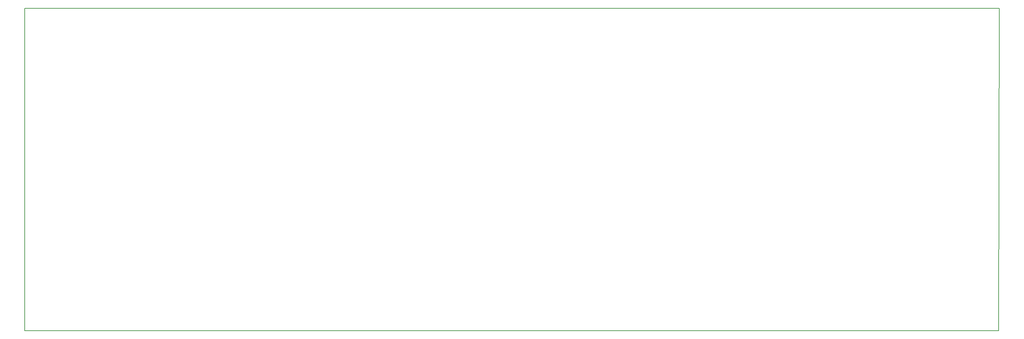
<source format=gbr>
G04 #@! TF.GenerationSoftware,KiCad,Pcbnew,(5.0.1-3-g963ef8bb5)*
G04 #@! TF.CreationDate,2018-12-21T01:17:29-08:00*
G04 #@! TF.ProjectId,snackymini-keyboard,736E61636B796D696E692D6B6579626F,rev?*
G04 #@! TF.SameCoordinates,Original*
G04 #@! TF.FileFunction,Profile,NP*
%FSLAX46Y46*%
G04 Gerber Fmt 4.6, Leading zero omitted, Abs format (unit mm)*
G04 Created by KiCad (PCBNEW (5.0.1-3-g963ef8bb5)) date Friday, December 21, 2018 at 01:17:29 AM*
%MOMM*%
%LPD*%
G01*
G04 APERTURE LIST*
%ADD10C,0.150000*%
G04 APERTURE END LIST*
D10*
X27432000Y-108204000D02*
X27432000Y-26289000D01*
X274447000Y-108204000D02*
X27432000Y-108204000D01*
X274574000Y-26289000D02*
X274447000Y-108204000D01*
X27432000Y-26289000D02*
X274574000Y-26289000D01*
M02*

</source>
